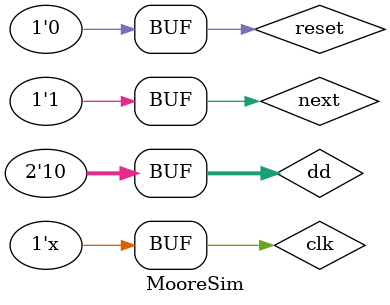
<source format=sv>
`timescale 1ns / 1ps

module MooreSim();

logic clk,reset,next;
logic [1:0] dd;
logic [6:0] out;

MooreFSM mfsm(clk,reset,next,dd,out);


always
begin
clk = ~clk; #5;
end

initial
begin
clk = 1; #10;
reset = 1; #10;
reset = 0; #10;

next = 1; # 200;

dd = 2'b01; #10;
dd = 2'b01; #10;
dd = 2'b01; #10;

reset = 1; #10;
reset = 0; #10;

dd = 2'b10; #10;
dd = 2'b10; #10;
dd = 2'b10; #10;

reset = 1; #10;
reset = 0; #10;

dd = 2'b01; #10;
dd = 2'b01; #10;
dd = 2'b01; #10;

reset = 1; #10;
reset = 0; #10;

dd = 2'b10; #10;
dd = 2'b10; #10;
dd = 2'b10; #10;
end

endmodule

</source>
